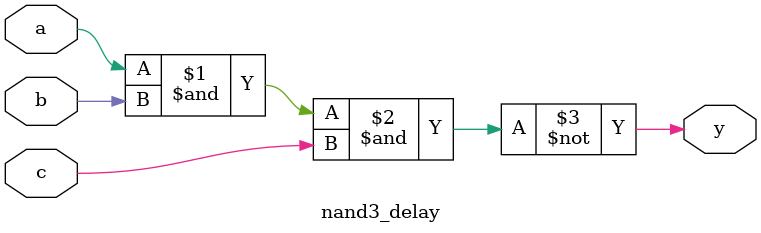
<source format=sv>

`timescale 1ns / 1ps

module nand3_delay ( 
	input logic a,   // First input 
	input logic b,   // Second input 
	input logic c,   // third input 
	output logic y   // Output 
	); 

// Continuous assignment for XOR gate 
    assign #1.25ns y = ~(a & b & c);  // Perform the XOR operation after the delay
	//assign y = ~(a & b & c);  // Perform the XOR operation after the delay
endmodule
</source>
